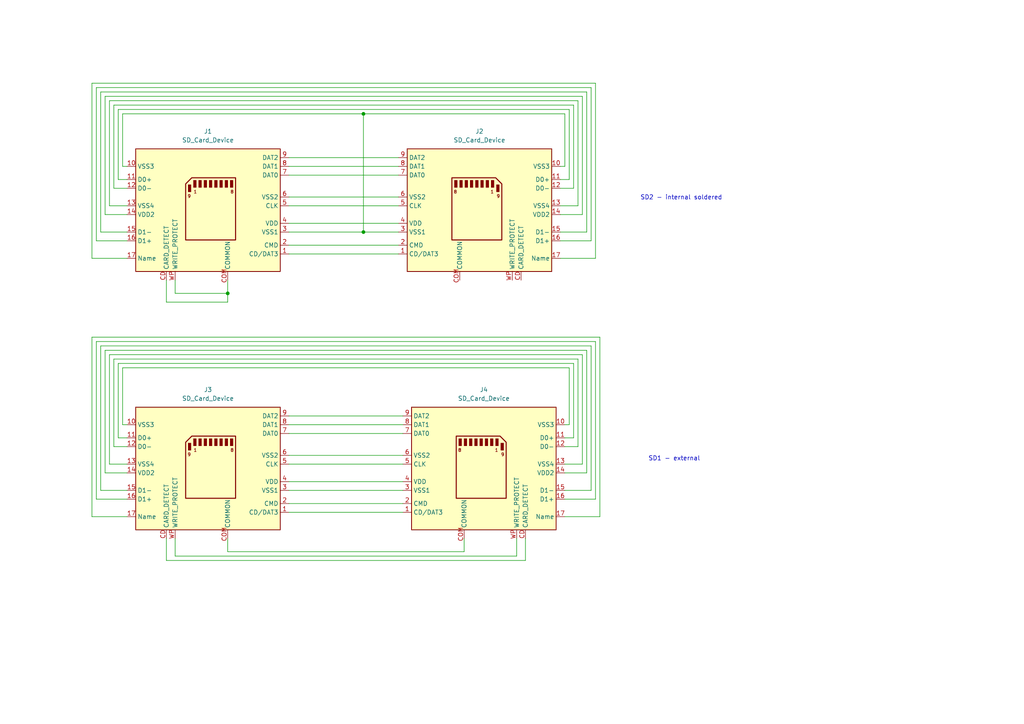
<source format=kicad_sch>
(kicad_sch (version 20250114) (generator "eeschema") (generator_version "9.0")
  (paper "A4")
  (lib_symbols
    (symbol "Leica-G9ii-Symbols:SD_Card_Socket_UHS2"
      (property "Value" "SD_Card_Socket_UHS2" (at -0.254 12.7 0))
      (symbol "SD_Card_Socket_UHS2_0_1"
        (rectangle (start -6.604 6.604) (end -5.842 8.636) (fill (type outline)))
        (rectangle (start -5.08 6.604) (end -4.318 8.636) (fill (type outline)))
        (rectangle (start -3.556 6.604) (end -2.794 8.636) (fill (type outline)))
        (rectangle (start -2.032 6.604) (end -1.27 8.636) (fill (type outline)))
        (rectangle (start -0.508 6.604) (end 0.254 8.636) (fill (type outline)))
        (rectangle (start 1.016 6.604) (end 1.778 8.636) (fill (type outline)))
        (rectangle (start 2.54 6.604) (end 3.302 8.636) (fill (type outline)))
        (rectangle (start 4.064 6.604) (end 4.826 8.636) (fill (type outline)))
        (rectangle (start 5.588 5.334) (end 6.35 7.366) (fill (type outline)))
      )
      (symbol "SD_Card_Socket_UHS2_1_1"
        (rectangle (start -20.32 17.78) (end 21.59 -17.78) (stroke (width 0.254)) (fill (type background)))
        (polyline (pts (xy 5.334 9.398) (xy -7.366 9.398) (xy -7.366 -8.636) (xy 7.112 -8.636) (xy 7.112 7.62) (xy 5.334 9.398)) (stroke (width 0.3)))
        (text "8" (at -6.35 5.334 0) (effects (font (size 0.9 0.9))))
        (text "1" (at 4.318 5.334 0) (effects (font (size 0.9 0.9))))
        (text "9" (at 6.096 4.064 0) (effects (font (size 0.9 0.9))))
        (pin bidirectional line (at -22.86 15.24 0) (length 2.54) (name "DAT2") (number "9"))
        (pin bidirectional line (at -22.86 12.7 0) (length 2.54) (name "DAT1") (number "8"))
        (pin bidirectional line (at -22.86 10.16 0) (length 2.54) (name "DAT0") (number "7"))
        (pin power_in line (at -22.86 3.81 0) (length 2.54) (name "VSS2") (number "6"))
        (pin input line (at -22.86 1.27 0) (length 2.54) (name "CLK") (number "5"))
        (pin power_in line (at -22.86 -3.81 0) (length 2.54) (name "VDD") (number "4"))
        (pin power_in line (at -22.86 -6.35 0) (length 2.54) (name "VSS1") (number "3"))
        (pin bidirectional line (at -22.86 -10.16 0) (length 2.54) (name "CMD") (number "2"))
        (pin bidirectional line (at -22.86 -12.7 0) (length 2.54) (name "CD/DAT3") (number "1"))
        (pin bidirectional line (at -5.08 -20.32 90) (length 2.54) (name "COMMON") (number "COM"))
        (pin bidirectional line (at 10.16 -20.32 90) (length 2.54) (name "WRITE_PROTECT") (number "WP"))
        (pin bidirectional line (at 12.7 -20.32 90) (length 2.54) (name "CARD_DETECT") (number "CD"))
        (pin power_in line (at 24.13 12.7 180) (length 2.54) (name "VSS3") (number "10"))
        (pin bidirectional line (at 24.13 8.89 180) (length 2.54) (name "D0+") (number "11"))
        (pin bidirectional line (at 24.13 6.35 180) (length 2.54) (name "D0-") (number "12"))
        (pin power_in line (at 24.13 1.27 180) (length 2.54) (name "VSS4") (number "13"))
        (pin power_in line (at 24.13 -1.27 180) (length 2.54) (name "VDD2") (number "14"))
        (pin bidirectional line (at 24.13 -6.35 180) (length 2.54) (name "D1-") (number "15"))
        (pin bidirectional line (at 24.13 -8.89 180) (length 2.54) (name "D1+") (number "16"))
        (pin power_in line (at 24.13 -13.97 180) (length 2.54) (name "Name") (number "17"))
      )
    )
  )
  (text "SD1 - external" (at 195.58 133.096 0) (effects (font (size 1.27 1.27))))
  (text "SD2 - internal soldered" (at 197.612 57.404 0) (effects (font (size 1.27 1.27))))
  (junction (at 105.41 33.02))
  (junction (at 105.41 67.31))
  (junction (at 66.04 85.09))
  (wire (pts (xy 105.41 33.02) (xy 105.41 67.31)))
  (wire (pts (xy 50.8 81.28) (xy 50.8 85.09)))
  (wire (pts (xy 30.48 27.94) (xy 168.91 27.94)))
  (wire (pts (xy 166.37 54.61) (xy 162.56 54.61)))
  (wire (pts (xy 27.94 144.78) (xy 36.83 144.78)))
  (wire (pts (xy 172.72 144.78) (xy 172.72 99.06)))
  (wire (pts (xy 163.83 129.54) (xy 167.64 129.54)))
  (wire (pts (xy 171.45 69.85) (xy 162.56 69.85)))
  (wire (pts (xy 27.94 99.06) (xy 27.94 144.78)))
  (wire (pts (xy 36.83 149.86) (xy 26.67 149.86)))
  (wire (pts (xy 173.99 149.86) (xy 163.83 149.86)))
  (wire (pts (xy 83.82 132.08) (xy 116.84 132.08)))
  (wire (pts (xy 30.48 101.6) (xy 30.48 137.16)))
  (wire (pts (xy 34.29 31.75) (xy 34.29 52.07)))
  (wire (pts (xy 26.67 149.86) (xy 26.67 97.79)))
  (wire (pts (xy 34.29 52.07) (xy 36.83 52.07)))
  (wire (pts (xy 167.64 29.21) (xy 31.75 29.21)))
  (wire (pts (xy 50.8 161.29) (xy 50.8 156.21)))
  (wire (pts (xy 29.21 26.67) (xy 29.21 67.31)))
  (wire (pts (xy 26.67 74.93) (xy 36.83 74.93)))
  (wire (pts (xy 168.91 27.94) (xy 168.91 62.23)))
  (wire (pts (xy 36.83 142.24) (xy 29.21 142.24)))
  (wire (pts (xy 31.75 102.87) (xy 168.91 102.87)))
  (wire (pts (xy 171.45 100.33) (xy 171.45 142.24)))
  (wire (pts (xy 33.02 104.14) (xy 33.02 129.54)))
  (wire (pts (xy 48.26 156.21) (xy 48.26 162.56)))
  (wire (pts (xy 83.82 125.73) (xy 116.84 125.73)))
  (wire (pts (xy 163.83 48.26) (xy 162.56 48.26)))
  (wire (pts (xy 30.48 137.16) (xy 36.83 137.16)))
  (wire (pts (xy 36.83 123.19) (xy 35.56 123.19)))
  (wire (pts (xy 171.45 25.4) (xy 171.45 69.85)))
  (wire (pts (xy 83.82 142.24) (xy 116.84 142.24)))
  (wire (pts (xy 33.02 30.48) (xy 166.37 30.48)))
  (wire (pts (xy 36.83 127) (xy 34.29 127)))
  (wire (pts (xy 35.56 106.68) (xy 165.1 106.68)))
  (wire (pts (xy 163.83 137.16) (xy 170.18 137.16)))
  (wire (pts (xy 149.86 161.29) (xy 50.8 161.29)))
  (wire (pts (xy 170.18 26.67) (xy 29.21 26.67)))
  (wire (pts (xy 35.56 33.02) (xy 105.41 33.02)))
  (wire (pts (xy 83.82 67.31) (xy 105.41 67.31)))
  (wire (pts (xy 134.62 160.02) (xy 134.62 156.21)))
  (wire (pts (xy 66.04 87.63) (xy 66.04 85.09)))
  (wire (pts (xy 83.82 57.15) (xy 115.57 57.15)))
  (wire (pts (xy 162.56 59.69) (xy 167.64 59.69)))
  (wire (pts (xy 83.82 120.65) (xy 116.84 120.65)))
  (wire (pts (xy 105.41 67.31) (xy 115.57 67.31)))
  (wire (pts (xy 33.02 129.54) (xy 36.83 129.54)))
  (wire (pts (xy 27.94 25.4) (xy 171.45 25.4)))
  (wire (pts (xy 162.56 52.07) (xy 165.1 52.07)))
  (wire (pts (xy 36.83 48.26) (xy 35.56 48.26)))
  (wire (pts (xy 48.26 162.56) (xy 152.4 162.56)))
  (wire (pts (xy 31.75 59.69) (xy 36.83 59.69)))
  (wire (pts (xy 36.83 134.62) (xy 31.75 134.62)))
  (wire (pts (xy 31.75 134.62) (xy 31.75 102.87)))
  (wire (pts (xy 66.04 156.21) (xy 66.04 160.02)))
  (wire (pts (xy 83.82 45.72) (xy 115.57 45.72)))
  (wire (pts (xy 83.82 146.05) (xy 116.84 146.05)))
  (wire (pts (xy 83.82 139.7) (xy 116.84 139.7)))
  (wire (pts (xy 83.82 48.26) (xy 115.57 48.26)))
  (wire (pts (xy 165.1 52.07) (xy 165.1 31.75)))
  (wire (pts (xy 48.26 81.28) (xy 48.26 87.63)))
  (wire (pts (xy 173.99 97.79) (xy 173.99 149.86)))
  (wire (pts (xy 29.21 100.33) (xy 171.45 100.33)))
  (wire (pts (xy 171.45 142.24) (xy 163.83 142.24)))
  (wire (pts (xy 83.82 59.69) (xy 115.57 59.69)))
  (wire (pts (xy 163.83 144.78) (xy 172.72 144.78)))
  (wire (pts (xy 165.1 123.19) (xy 163.83 123.19)))
  (wire (pts (xy 36.83 69.85) (xy 27.94 69.85)))
  (wire (pts (xy 36.83 54.61) (xy 33.02 54.61)))
  (wire (pts (xy 27.94 69.85) (xy 27.94 25.4)))
  (wire (pts (xy 83.82 50.8) (xy 115.57 50.8)))
  (wire (pts (xy 162.56 74.93) (xy 172.72 74.93)))
  (wire (pts (xy 167.64 129.54) (xy 167.64 104.14)))
  (wire (pts (xy 168.91 134.62) (xy 163.83 134.62)))
  (wire (pts (xy 34.29 105.41) (xy 166.37 105.41)))
  (wire (pts (xy 83.82 64.77) (xy 115.57 64.77)))
  (wire (pts (xy 167.64 104.14) (xy 33.02 104.14)))
  (wire (pts (xy 29.21 67.31) (xy 36.83 67.31)))
  (wire (pts (xy 36.83 62.23) (xy 30.48 62.23)))
  (wire (pts (xy 166.37 105.41) (xy 166.37 127)))
  (wire (pts (xy 165.1 106.68) (xy 165.1 123.19)))
  (wire (pts (xy 35.56 123.19) (xy 35.56 106.68)))
  (wire (pts (xy 83.82 148.59) (xy 116.84 148.59)))
  (wire (pts (xy 166.37 127) (xy 163.83 127)))
  (wire (pts (xy 163.83 33.02) (xy 163.83 48.26)))
  (wire (pts (xy 31.75 29.21) (xy 31.75 59.69)))
  (wire (pts (xy 172.72 74.93) (xy 172.72 24.13)))
  (wire (pts (xy 66.04 160.02) (xy 134.62 160.02)))
  (wire (pts (xy 152.4 162.56) (xy 152.4 156.21)))
  (wire (pts (xy 34.29 127) (xy 34.29 105.41)))
  (wire (pts (xy 165.1 31.75) (xy 34.29 31.75)))
  (wire (pts (xy 170.18 67.31) (xy 170.18 26.67)))
  (wire (pts (xy 50.8 85.09) (xy 66.04 85.09)))
  (wire (pts (xy 168.91 102.87) (xy 168.91 134.62)))
  (wire (pts (xy 149.86 156.21) (xy 149.86 161.29)))
  (wire (pts (xy 83.82 123.19) (xy 116.84 123.19)))
  (wire (pts (xy 48.26 87.63) (xy 66.04 87.63)))
  (wire (pts (xy 172.72 99.06) (xy 27.94 99.06)))
  (wire (pts (xy 83.82 134.62) (xy 116.84 134.62)))
  (wire (pts (xy 105.41 33.02) (xy 163.83 33.02)))
  (wire (pts (xy 66.04 81.28) (xy 66.04 85.09)))
  (wire (pts (xy 26.67 24.13) (xy 26.67 74.93)))
  (wire (pts (xy 83.82 73.66) (xy 115.57 73.66)))
  (wire (pts (xy 162.56 67.31) (xy 170.18 67.31)))
  (wire (pts (xy 29.21 142.24) (xy 29.21 100.33)))
  (wire (pts (xy 83.82 71.12) (xy 115.57 71.12)))
  (wire (pts (xy 35.56 48.26) (xy 35.56 33.02)))
  (wire (pts (xy 172.72 24.13) (xy 26.67 24.13)))
  (wire (pts (xy 26.67 97.79) (xy 173.99 97.79)))
  (wire (pts (xy 170.18 101.6) (xy 30.48 101.6)))
  (wire (pts (xy 30.48 62.23) (xy 30.48 27.94)))
  (wire (pts (xy 168.91 62.23) (xy 162.56 62.23)))
  (wire (pts (xy 166.37 30.48) (xy 166.37 54.61)))
  (wire (pts (xy 167.64 59.69) (xy 167.64 29.21)))
  (wire (pts (xy 33.02 54.61) (xy 33.02 30.48)))
  (wire (pts (xy 170.18 137.16) (xy 170.18 101.6)))
  (symbol (lib_id "Leica-G9ii-Symbols:SD_Card_Socket_UHS2") (at 60.96 60.96 0) (mirror y) (unit 1)
    (property "Reference" "J1" (at 60.325 38.1 0))
    (property "Value" "SD_Card_Device" (at 60.325 40.64 0))
    (property "Footprint" "Leica-G9ii:SD_Card_Socket_UHS-II_Extender" (effects (hide yes)))
    (property "Description" "SD card UHS-II" (effects (hide yes)))
  )
  (symbol (lib_id "Leica-G9ii-Symbols:SD_Card_Socket_UHS2") (at 139.7 135.89 0) (unit 1)
    (property "Reference" "J4" (at 140.335 113.03 0))
    (property "Value" "SD_Card_Device" (at 140.335 115.57 0))
    (property "Footprint" "Leica-G9ii:SD_Card_Socket_UHS-II_HTK_AXA573062" (effects (hide yes)))
    (property "Description" "SD card UHS-II" (effects (hide yes)))
  )
  (symbol (lib_id "Leica-G9ii-Symbols:SD_Card_Socket_UHS2") (at 60.96 135.89 0) (mirror y) (unit 1)
    (property "Reference" "J3" (at 60.325 113.03 0))
    (property "Value" "SD_Card_Device" (at 60.325 115.57 0))
    (property "Footprint" "Leica-G9ii:SD_Card_Socket_UHS-II_Extender" (effects (hide yes)))
    (property "Description" "SD card UHS-II" (effects (hide yes)))
  )
  (symbol (lib_id "Leica-G9ii-Symbols:SD_Card_Socket_UHS2") (at 138.43 60.96 0) (unit 1)
    (property "Reference" "J2" (at 139.065 38.1 0))
    (property "Value" "SD_Card_Device" (at 139.065 40.64 0))
    (property "Footprint" "Leica-G9ii:SD_Card_Chip_UHS-II" (effects (hide yes)))
    (property "Description" "SD card UHS-II" (effects (hide yes)))
  )
)
</source>
